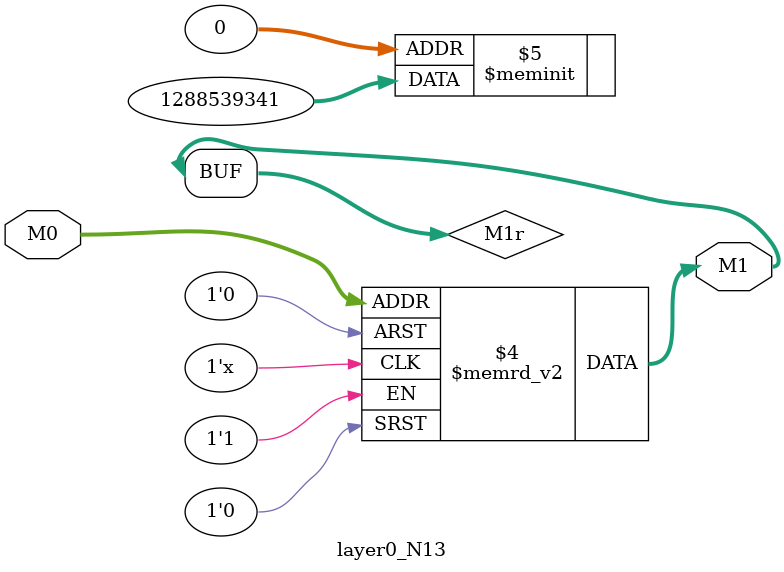
<source format=v>
module layer0_N13 ( input [3:0] M0, output [1:0] M1 );

	(*rom_style = "distributed" *) reg [1:0] M1r;
	assign M1 = M1r;
	always @ (M0) begin
		case (M0)
			4'b0000: M1r = 2'b01;
			4'b1000: M1r = 2'b01;
			4'b0100: M1r = 2'b00;
			4'b1100: M1r = 2'b00;
			4'b0010: M1r = 2'b00;
			4'b1010: M1r = 2'b00;
			4'b0110: M1r = 2'b00;
			4'b1110: M1r = 2'b00;
			4'b0001: M1r = 2'b11;
			4'b1001: M1r = 2'b11;
			4'b0101: M1r = 2'b11;
			4'b1101: M1r = 2'b11;
			4'b0011: M1r = 2'b11;
			4'b1011: M1r = 2'b11;
			4'b0111: M1r = 2'b10;
			4'b1111: M1r = 2'b01;

		endcase
	end
endmodule

</source>
